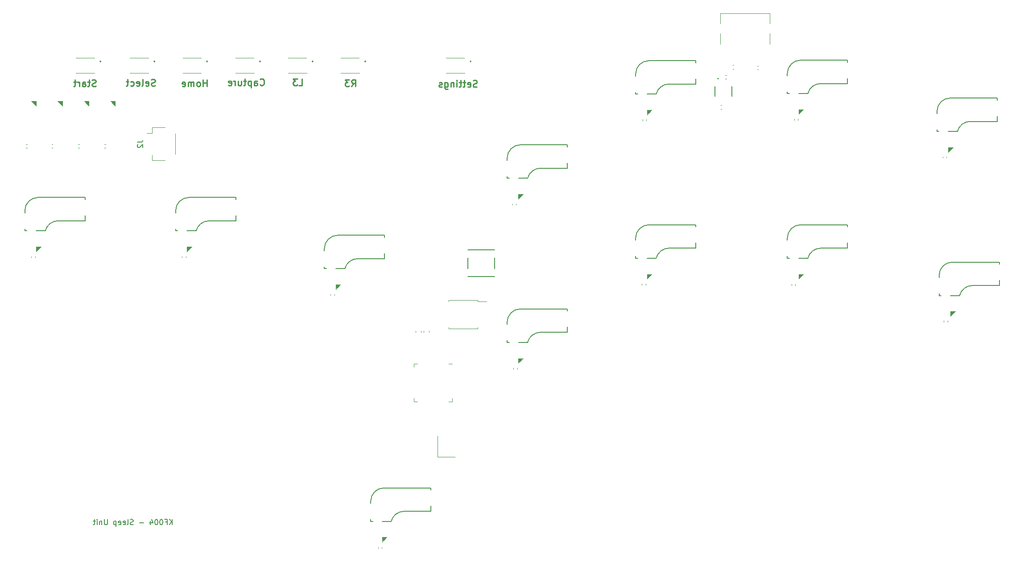
<source format=gbo>
G04 #@! TF.GenerationSoftware,KiCad,Pcbnew,(6.0.0)*
G04 #@! TF.CreationDate,2022-01-08T23:18:35-06:00*
G04 #@! TF.ProjectId,2.0,322e302e-6b69-4636-9164-5f7063625858,2.0*
G04 #@! TF.SameCoordinates,Original*
G04 #@! TF.FileFunction,Legend,Bot*
G04 #@! TF.FilePolarity,Positive*
%FSLAX46Y46*%
G04 Gerber Fmt 4.6, Leading zero omitted, Abs format (unit mm)*
G04 Created by KiCad (PCBNEW (6.0.0)) date 2022-01-08 23:18:35*
%MOMM*%
%LPD*%
G01*
G04 APERTURE LIST*
%ADD10C,0.150000*%
%ADD11C,0.254000*%
%ADD12C,0.100000*%
%ADD13C,0.120000*%
%ADD14C,0.200000*%
%ADD15C,0.127000*%
G04 APERTURE END LIST*
D10*
X88378571Y-122402380D02*
X88378571Y-121402380D01*
X87807142Y-122402380D02*
X88235714Y-121830952D01*
X87807142Y-121402380D02*
X88378571Y-121973809D01*
X87045238Y-121878571D02*
X87378571Y-121878571D01*
X87378571Y-122402380D02*
X87378571Y-121402380D01*
X86902380Y-121402380D01*
X86330952Y-121402380D02*
X86235714Y-121402380D01*
X86140476Y-121450000D01*
X86092857Y-121497619D01*
X86045238Y-121592857D01*
X85997619Y-121783333D01*
X85997619Y-122021428D01*
X86045238Y-122211904D01*
X86092857Y-122307142D01*
X86140476Y-122354761D01*
X86235714Y-122402380D01*
X86330952Y-122402380D01*
X86426190Y-122354761D01*
X86473809Y-122307142D01*
X86521428Y-122211904D01*
X86569047Y-122021428D01*
X86569047Y-121783333D01*
X86521428Y-121592857D01*
X86473809Y-121497619D01*
X86426190Y-121450000D01*
X86330952Y-121402380D01*
X85378571Y-121402380D02*
X85283333Y-121402380D01*
X85188095Y-121450000D01*
X85140476Y-121497619D01*
X85092857Y-121592857D01*
X85045238Y-121783333D01*
X85045238Y-122021428D01*
X85092857Y-122211904D01*
X85140476Y-122307142D01*
X85188095Y-122354761D01*
X85283333Y-122402380D01*
X85378571Y-122402380D01*
X85473809Y-122354761D01*
X85521428Y-122307142D01*
X85569047Y-122211904D01*
X85616666Y-122021428D01*
X85616666Y-121783333D01*
X85569047Y-121592857D01*
X85521428Y-121497619D01*
X85473809Y-121450000D01*
X85378571Y-121402380D01*
X84188095Y-121735714D02*
X84188095Y-122402380D01*
X84426190Y-121354761D02*
X84664285Y-122069047D01*
X84045238Y-122069047D01*
X82902380Y-122021428D02*
X82140476Y-122021428D01*
X80950000Y-122354761D02*
X80807142Y-122402380D01*
X80569047Y-122402380D01*
X80473809Y-122354761D01*
X80426190Y-122307142D01*
X80378571Y-122211904D01*
X80378571Y-122116666D01*
X80426190Y-122021428D01*
X80473809Y-121973809D01*
X80569047Y-121926190D01*
X80759523Y-121878571D01*
X80854761Y-121830952D01*
X80902380Y-121783333D01*
X80950000Y-121688095D01*
X80950000Y-121592857D01*
X80902380Y-121497619D01*
X80854761Y-121450000D01*
X80759523Y-121402380D01*
X80521428Y-121402380D01*
X80378571Y-121450000D01*
X79807142Y-122402380D02*
X79902380Y-122354761D01*
X79950000Y-122259523D01*
X79950000Y-121402380D01*
X79045238Y-122354761D02*
X79140476Y-122402380D01*
X79330952Y-122402380D01*
X79426190Y-122354761D01*
X79473809Y-122259523D01*
X79473809Y-121878571D01*
X79426190Y-121783333D01*
X79330952Y-121735714D01*
X79140476Y-121735714D01*
X79045238Y-121783333D01*
X78997619Y-121878571D01*
X78997619Y-121973809D01*
X79473809Y-122069047D01*
X78188095Y-122354761D02*
X78283333Y-122402380D01*
X78473809Y-122402380D01*
X78569047Y-122354761D01*
X78616666Y-122259523D01*
X78616666Y-121878571D01*
X78569047Y-121783333D01*
X78473809Y-121735714D01*
X78283333Y-121735714D01*
X78188095Y-121783333D01*
X78140476Y-121878571D01*
X78140476Y-121973809D01*
X78616666Y-122069047D01*
X77711904Y-121735714D02*
X77711904Y-122735714D01*
X77711904Y-121783333D02*
X77616666Y-121735714D01*
X77426190Y-121735714D01*
X77330952Y-121783333D01*
X77283333Y-121830952D01*
X77235714Y-121926190D01*
X77235714Y-122211904D01*
X77283333Y-122307142D01*
X77330952Y-122354761D01*
X77426190Y-122402380D01*
X77616666Y-122402380D01*
X77711904Y-122354761D01*
X76045238Y-121402380D02*
X76045238Y-122211904D01*
X75997619Y-122307142D01*
X75950000Y-122354761D01*
X75854761Y-122402380D01*
X75664285Y-122402380D01*
X75569047Y-122354761D01*
X75521428Y-122307142D01*
X75473809Y-122211904D01*
X75473809Y-121402380D01*
X74997619Y-121735714D02*
X74997619Y-122402380D01*
X74997619Y-121830952D02*
X74950000Y-121783333D01*
X74854761Y-121735714D01*
X74711904Y-121735714D01*
X74616666Y-121783333D01*
X74569047Y-121878571D01*
X74569047Y-122402380D01*
X74092857Y-122402380D02*
X74092857Y-121735714D01*
X74092857Y-121402380D02*
X74140476Y-121450000D01*
X74092857Y-121497619D01*
X74045238Y-121450000D01*
X74092857Y-121402380D01*
X74092857Y-121497619D01*
X73759523Y-121735714D02*
X73378571Y-121735714D01*
X73616666Y-121402380D02*
X73616666Y-122259523D01*
X73569047Y-122354761D01*
X73473809Y-122402380D01*
X73378571Y-122402380D01*
D11*
G04 #@! TO.C,SW15*
X94928333Y-39074523D02*
X94928333Y-37804523D01*
X94928333Y-38409285D02*
X94202619Y-38409285D01*
X94202619Y-39074523D02*
X94202619Y-37804523D01*
X93416428Y-39074523D02*
X93537380Y-39014047D01*
X93597857Y-38953571D01*
X93658333Y-38832619D01*
X93658333Y-38469761D01*
X93597857Y-38348809D01*
X93537380Y-38288333D01*
X93416428Y-38227857D01*
X93235000Y-38227857D01*
X93114047Y-38288333D01*
X93053571Y-38348809D01*
X92993095Y-38469761D01*
X92993095Y-38832619D01*
X93053571Y-38953571D01*
X93114047Y-39014047D01*
X93235000Y-39074523D01*
X93416428Y-39074523D01*
X92448809Y-39074523D02*
X92448809Y-38227857D01*
X92448809Y-38348809D02*
X92388333Y-38288333D01*
X92267380Y-38227857D01*
X92085952Y-38227857D01*
X91965000Y-38288333D01*
X91904523Y-38409285D01*
X91904523Y-39074523D01*
X91904523Y-38409285D02*
X91844047Y-38288333D01*
X91723095Y-38227857D01*
X91541666Y-38227857D01*
X91420714Y-38288333D01*
X91360238Y-38409285D01*
X91360238Y-39074523D01*
X90271666Y-39014047D02*
X90392619Y-39074523D01*
X90634523Y-39074523D01*
X90755476Y-39014047D01*
X90815952Y-38893095D01*
X90815952Y-38409285D01*
X90755476Y-38288333D01*
X90634523Y-38227857D01*
X90392619Y-38227857D01*
X90271666Y-38288333D01*
X90211190Y-38409285D01*
X90211190Y-38530238D01*
X90815952Y-38651190D01*
G04 #@! TO.C,SW6*
X112411666Y-38874523D02*
X113016428Y-38874523D01*
X113016428Y-37604523D01*
X112109285Y-37604523D02*
X111323095Y-37604523D01*
X111746428Y-38088333D01*
X111565000Y-38088333D01*
X111444047Y-38148809D01*
X111383571Y-38209285D01*
X111323095Y-38330238D01*
X111323095Y-38632619D01*
X111383571Y-38753571D01*
X111444047Y-38814047D01*
X111565000Y-38874523D01*
X111927857Y-38874523D01*
X112048809Y-38814047D01*
X112109285Y-38753571D01*
G04 #@! TO.C,SW16*
X146198333Y-39114047D02*
X146016904Y-39174523D01*
X145714523Y-39174523D01*
X145593571Y-39114047D01*
X145533095Y-39053571D01*
X145472619Y-38932619D01*
X145472619Y-38811666D01*
X145533095Y-38690714D01*
X145593571Y-38630238D01*
X145714523Y-38569761D01*
X145956428Y-38509285D01*
X146077380Y-38448809D01*
X146137857Y-38388333D01*
X146198333Y-38267380D01*
X146198333Y-38146428D01*
X146137857Y-38025476D01*
X146077380Y-37965000D01*
X145956428Y-37904523D01*
X145654047Y-37904523D01*
X145472619Y-37965000D01*
X144444523Y-39114047D02*
X144565476Y-39174523D01*
X144807380Y-39174523D01*
X144928333Y-39114047D01*
X144988809Y-38993095D01*
X144988809Y-38509285D01*
X144928333Y-38388333D01*
X144807380Y-38327857D01*
X144565476Y-38327857D01*
X144444523Y-38388333D01*
X144384047Y-38509285D01*
X144384047Y-38630238D01*
X144988809Y-38751190D01*
X144021190Y-38327857D02*
X143537380Y-38327857D01*
X143839761Y-37904523D02*
X143839761Y-38993095D01*
X143779285Y-39114047D01*
X143658333Y-39174523D01*
X143537380Y-39174523D01*
X143295476Y-38327857D02*
X142811666Y-38327857D01*
X143114047Y-37904523D02*
X143114047Y-38993095D01*
X143053571Y-39114047D01*
X142932619Y-39174523D01*
X142811666Y-39174523D01*
X142388333Y-39174523D02*
X142388333Y-38327857D01*
X142388333Y-37904523D02*
X142448809Y-37965000D01*
X142388333Y-38025476D01*
X142327857Y-37965000D01*
X142388333Y-37904523D01*
X142388333Y-38025476D01*
X141783571Y-38327857D02*
X141783571Y-39174523D01*
X141783571Y-38448809D02*
X141723095Y-38388333D01*
X141602142Y-38327857D01*
X141420714Y-38327857D01*
X141299761Y-38388333D01*
X141239285Y-38509285D01*
X141239285Y-39174523D01*
X140090238Y-38327857D02*
X140090238Y-39355952D01*
X140150714Y-39476904D01*
X140211190Y-39537380D01*
X140332142Y-39597857D01*
X140513571Y-39597857D01*
X140634523Y-39537380D01*
X140090238Y-39114047D02*
X140211190Y-39174523D01*
X140453095Y-39174523D01*
X140574047Y-39114047D01*
X140634523Y-39053571D01*
X140695000Y-38932619D01*
X140695000Y-38569761D01*
X140634523Y-38448809D01*
X140574047Y-38388333D01*
X140453095Y-38327857D01*
X140211190Y-38327857D01*
X140090238Y-38388333D01*
X139545952Y-39114047D02*
X139425000Y-39174523D01*
X139183095Y-39174523D01*
X139062142Y-39114047D01*
X139001666Y-38993095D01*
X139001666Y-38932619D01*
X139062142Y-38811666D01*
X139183095Y-38751190D01*
X139364523Y-38751190D01*
X139485476Y-38690714D01*
X139545952Y-38569761D01*
X139545952Y-38509285D01*
X139485476Y-38388333D01*
X139364523Y-38327857D01*
X139183095Y-38327857D01*
X139062142Y-38388333D01*
D10*
G04 #@! TO.C,J2*
X81752380Y-49676666D02*
X82466666Y-49676666D01*
X82609523Y-49629047D01*
X82704761Y-49533809D01*
X82752380Y-49390952D01*
X82752380Y-49295714D01*
X81847619Y-50105238D02*
X81800000Y-50152857D01*
X81752380Y-50248095D01*
X81752380Y-50486190D01*
X81800000Y-50581428D01*
X81847619Y-50629047D01*
X81942857Y-50676666D01*
X82038095Y-50676666D01*
X82180952Y-50629047D01*
X82752380Y-50057619D01*
X82752380Y-50676666D01*
D11*
G04 #@! TO.C,SW11*
X122411666Y-39074523D02*
X122835000Y-38469761D01*
X123137380Y-39074523D02*
X123137380Y-37804523D01*
X122653571Y-37804523D01*
X122532619Y-37865000D01*
X122472142Y-37925476D01*
X122411666Y-38046428D01*
X122411666Y-38227857D01*
X122472142Y-38348809D01*
X122532619Y-38409285D01*
X122653571Y-38469761D01*
X123137380Y-38469761D01*
X121988333Y-37804523D02*
X121202142Y-37804523D01*
X121625476Y-38288333D01*
X121444047Y-38288333D01*
X121323095Y-38348809D01*
X121262619Y-38409285D01*
X121202142Y-38530238D01*
X121202142Y-38832619D01*
X121262619Y-38953571D01*
X121323095Y-39014047D01*
X121444047Y-39074523D01*
X121806904Y-39074523D01*
X121927857Y-39014047D01*
X121988333Y-38953571D01*
G04 #@! TO.C,SW5*
X73856190Y-39014047D02*
X73674761Y-39074523D01*
X73372380Y-39074523D01*
X73251428Y-39014047D01*
X73190952Y-38953571D01*
X73130476Y-38832619D01*
X73130476Y-38711666D01*
X73190952Y-38590714D01*
X73251428Y-38530238D01*
X73372380Y-38469761D01*
X73614285Y-38409285D01*
X73735238Y-38348809D01*
X73795714Y-38288333D01*
X73856190Y-38167380D01*
X73856190Y-38046428D01*
X73795714Y-37925476D01*
X73735238Y-37865000D01*
X73614285Y-37804523D01*
X73311904Y-37804523D01*
X73130476Y-37865000D01*
X72767619Y-38227857D02*
X72283809Y-38227857D01*
X72586190Y-37804523D02*
X72586190Y-38893095D01*
X72525714Y-39014047D01*
X72404761Y-39074523D01*
X72283809Y-39074523D01*
X71316190Y-39074523D02*
X71316190Y-38409285D01*
X71376666Y-38288333D01*
X71497619Y-38227857D01*
X71739523Y-38227857D01*
X71860476Y-38288333D01*
X71316190Y-39014047D02*
X71437142Y-39074523D01*
X71739523Y-39074523D01*
X71860476Y-39014047D01*
X71920952Y-38893095D01*
X71920952Y-38772142D01*
X71860476Y-38651190D01*
X71739523Y-38590714D01*
X71437142Y-38590714D01*
X71316190Y-38530238D01*
X70711428Y-39074523D02*
X70711428Y-38227857D01*
X70711428Y-38469761D02*
X70650952Y-38348809D01*
X70590476Y-38288333D01*
X70469523Y-38227857D01*
X70348571Y-38227857D01*
X70106666Y-38227857D02*
X69622857Y-38227857D01*
X69925238Y-37804523D02*
X69925238Y-38893095D01*
X69864761Y-39014047D01*
X69743809Y-39074523D01*
X69622857Y-39074523D01*
G04 #@! TO.C,SW10*
X85091190Y-38914047D02*
X84909761Y-38974523D01*
X84607380Y-38974523D01*
X84486428Y-38914047D01*
X84425952Y-38853571D01*
X84365476Y-38732619D01*
X84365476Y-38611666D01*
X84425952Y-38490714D01*
X84486428Y-38430238D01*
X84607380Y-38369761D01*
X84849285Y-38309285D01*
X84970238Y-38248809D01*
X85030714Y-38188333D01*
X85091190Y-38067380D01*
X85091190Y-37946428D01*
X85030714Y-37825476D01*
X84970238Y-37765000D01*
X84849285Y-37704523D01*
X84546904Y-37704523D01*
X84365476Y-37765000D01*
X83337380Y-38914047D02*
X83458333Y-38974523D01*
X83700238Y-38974523D01*
X83821190Y-38914047D01*
X83881666Y-38793095D01*
X83881666Y-38309285D01*
X83821190Y-38188333D01*
X83700238Y-38127857D01*
X83458333Y-38127857D01*
X83337380Y-38188333D01*
X83276904Y-38309285D01*
X83276904Y-38430238D01*
X83881666Y-38551190D01*
X82551190Y-38974523D02*
X82672142Y-38914047D01*
X82732619Y-38793095D01*
X82732619Y-37704523D01*
X81583571Y-38914047D02*
X81704523Y-38974523D01*
X81946428Y-38974523D01*
X82067380Y-38914047D01*
X82127857Y-38793095D01*
X82127857Y-38309285D01*
X82067380Y-38188333D01*
X81946428Y-38127857D01*
X81704523Y-38127857D01*
X81583571Y-38188333D01*
X81523095Y-38309285D01*
X81523095Y-38430238D01*
X82127857Y-38551190D01*
X80434523Y-38914047D02*
X80555476Y-38974523D01*
X80797380Y-38974523D01*
X80918333Y-38914047D01*
X80978809Y-38853571D01*
X81039285Y-38732619D01*
X81039285Y-38369761D01*
X80978809Y-38248809D01*
X80918333Y-38188333D01*
X80797380Y-38127857D01*
X80555476Y-38127857D01*
X80434523Y-38188333D01*
X80071666Y-38127857D02*
X79587857Y-38127857D01*
X79890238Y-37704523D02*
X79890238Y-38793095D01*
X79829761Y-38914047D01*
X79708809Y-38974523D01*
X79587857Y-38974523D01*
G04 #@! TO.C,SW19*
X105030714Y-38753571D02*
X105091190Y-38814047D01*
X105272619Y-38874523D01*
X105393571Y-38874523D01*
X105575000Y-38814047D01*
X105695952Y-38693095D01*
X105756428Y-38572142D01*
X105816904Y-38330238D01*
X105816904Y-38148809D01*
X105756428Y-37906904D01*
X105695952Y-37785952D01*
X105575000Y-37665000D01*
X105393571Y-37604523D01*
X105272619Y-37604523D01*
X105091190Y-37665000D01*
X105030714Y-37725476D01*
X103942142Y-38874523D02*
X103942142Y-38209285D01*
X104002619Y-38088333D01*
X104123571Y-38027857D01*
X104365476Y-38027857D01*
X104486428Y-38088333D01*
X103942142Y-38814047D02*
X104063095Y-38874523D01*
X104365476Y-38874523D01*
X104486428Y-38814047D01*
X104546904Y-38693095D01*
X104546904Y-38572142D01*
X104486428Y-38451190D01*
X104365476Y-38390714D01*
X104063095Y-38390714D01*
X103942142Y-38330238D01*
X103337380Y-38027857D02*
X103337380Y-39297857D01*
X103337380Y-38088333D02*
X103216428Y-38027857D01*
X102974523Y-38027857D01*
X102853571Y-38088333D01*
X102793095Y-38148809D01*
X102732619Y-38269761D01*
X102732619Y-38632619D01*
X102793095Y-38753571D01*
X102853571Y-38814047D01*
X102974523Y-38874523D01*
X103216428Y-38874523D01*
X103337380Y-38814047D01*
X102369761Y-38027857D02*
X101885952Y-38027857D01*
X102188333Y-37604523D02*
X102188333Y-38693095D01*
X102127857Y-38814047D01*
X102006904Y-38874523D01*
X101885952Y-38874523D01*
X100918333Y-38027857D02*
X100918333Y-38874523D01*
X101462619Y-38027857D02*
X101462619Y-38693095D01*
X101402142Y-38814047D01*
X101281190Y-38874523D01*
X101099761Y-38874523D01*
X100978809Y-38814047D01*
X100918333Y-38753571D01*
X100313571Y-38874523D02*
X100313571Y-38027857D01*
X100313571Y-38269761D02*
X100253095Y-38148809D01*
X100192619Y-38088333D01*
X100071666Y-38027857D01*
X99950714Y-38027857D01*
X99043571Y-38814047D02*
X99164523Y-38874523D01*
X99406428Y-38874523D01*
X99527380Y-38814047D01*
X99587857Y-38693095D01*
X99587857Y-38209285D01*
X99527380Y-38088333D01*
X99406428Y-38027857D01*
X99164523Y-38027857D01*
X99043571Y-38088333D01*
X98983095Y-38209285D01*
X98983095Y-38330238D01*
X99587857Y-38451190D01*
D12*
G04 #@! TO.C,D7*
X236085000Y-82760001D02*
X236985000Y-81860001D01*
X236985000Y-81860001D02*
X236085000Y-81860001D01*
X236085000Y-81860001D02*
X236085000Y-82760001D01*
G36*
X236085000Y-82760001D02*
G01*
X236085000Y-81860001D01*
X236985000Y-81860001D01*
X236085000Y-82760001D01*
G37*
X236085000Y-82760001D02*
X236085000Y-81860001D01*
X236985000Y-81860001D01*
X236085000Y-82760001D01*
G04 #@! TO.C,D4*
X91155000Y-70460001D02*
X92055000Y-69560001D01*
X92055000Y-69560001D02*
X91155000Y-69560001D01*
X91155000Y-69560001D02*
X91155000Y-70460001D01*
G36*
X91155000Y-70460001D02*
G01*
X91155000Y-69560001D01*
X92055000Y-69560001D01*
X91155000Y-70460001D01*
G37*
X91155000Y-70460001D02*
X91155000Y-69560001D01*
X92055000Y-69560001D01*
X91155000Y-70460001D01*
G04 #@! TO.C,D1*
X154085000Y-91660001D02*
X154985000Y-90760001D01*
X154985000Y-90760001D02*
X154085000Y-90760001D01*
X154085000Y-90760001D02*
X154085000Y-91660001D01*
G36*
X154085000Y-91660001D02*
G01*
X154085000Y-90760001D01*
X154985000Y-90760001D01*
X154085000Y-91660001D01*
G37*
X154085000Y-91660001D02*
X154085000Y-90760001D01*
X154985000Y-90760001D01*
X154085000Y-91660001D01*
D10*
G04 #@! TO.C,SW14*
X209020838Y-71725000D02*
X207294000Y-71725000D01*
X216565000Y-69820000D02*
X211485000Y-69820000D01*
X207675000Y-65375000D02*
X216565000Y-65375000D01*
X205516000Y-71725000D02*
X205135000Y-71725000D01*
X216565000Y-65375000D02*
X216565000Y-65756000D01*
X205135000Y-67915000D02*
X205135000Y-68296000D01*
X205135000Y-71344000D02*
X205135000Y-71725000D01*
X216565000Y-68804000D02*
X216565000Y-69820000D01*
X207675000Y-65375000D02*
G75*
G03*
X205135000Y-67915000I1J-2540001D01*
G01*
X211485000Y-69819999D02*
G75*
G03*
X209020838Y-71743960I0J-2540000D01*
G01*
D12*
G04 #@! TO.C,D2*
X62520000Y-70460001D02*
X63420000Y-69560001D01*
X63420000Y-69560001D02*
X62520000Y-69560001D01*
X62520000Y-69560001D02*
X62520000Y-70460001D01*
G36*
X62520000Y-70460001D02*
G01*
X62520000Y-69560001D01*
X63420000Y-69560001D01*
X62520000Y-70460001D01*
G37*
X62520000Y-70460001D02*
X62520000Y-69560001D01*
X63420000Y-69560001D01*
X62520000Y-70460001D01*
D10*
G04 #@! TO.C,SW20*
X128580000Y-115405000D02*
X137470000Y-115405000D01*
X126040000Y-121374000D02*
X126040000Y-121755000D01*
X126421000Y-121755000D02*
X126040000Y-121755000D01*
X137470000Y-118834000D02*
X137470000Y-119850000D01*
X129925838Y-121755000D02*
X128199000Y-121755000D01*
X137470000Y-115405000D02*
X137470000Y-115786000D01*
X137470000Y-119850000D02*
X132390000Y-119850000D01*
X126040000Y-117945000D02*
X126040000Y-118326000D01*
X132390000Y-119849999D02*
G75*
G03*
X129925838Y-121773960I0J-2540000D01*
G01*
X128580000Y-115405000D02*
G75*
G03*
X126040000Y-117945000I1J-2540001D01*
G01*
D12*
G04 #@! TO.C,D12*
X178485000Y-44460001D02*
X179385000Y-43560001D01*
X179385000Y-43560001D02*
X178485000Y-43560001D01*
X178485000Y-43560001D02*
X178485000Y-44460001D01*
G36*
X178485000Y-44460001D02*
G01*
X178485000Y-43560001D01*
X179385000Y-43560001D01*
X178485000Y-44460001D01*
G37*
X178485000Y-44460001D02*
X178485000Y-43560001D01*
X179385000Y-43560001D01*
X178485000Y-44460001D01*
G04 #@! TO.C,D15*
X76629999Y-41860000D02*
X77529999Y-42760000D01*
X77529999Y-42760000D02*
X77529999Y-41860000D01*
X77529999Y-41860000D02*
X76629999Y-41860000D01*
G36*
X77529999Y-42760000D02*
G01*
X76629999Y-41860000D01*
X77529999Y-41860000D01*
X77529999Y-42760000D01*
G37*
X77529999Y-42760000D02*
X76629999Y-41860000D01*
X77529999Y-41860000D01*
X77529999Y-42760000D01*
G04 #@! TO.C,D14*
X207285000Y-44360001D02*
X208185000Y-43460001D01*
X208185000Y-43460001D02*
X207285000Y-43460001D01*
X207285000Y-43460001D02*
X207285000Y-44360001D01*
G36*
X207285000Y-44360001D02*
G01*
X207285000Y-43460001D01*
X208185000Y-43460001D01*
X207285000Y-44360001D01*
G37*
X207285000Y-44360001D02*
X207285000Y-43460001D01*
X208185000Y-43460001D01*
X207285000Y-44360001D01*
D10*
G04 #@! TO.C,SW2*
X163365000Y-50175000D02*
X163365000Y-50556000D01*
X163365000Y-54620000D02*
X158285000Y-54620000D01*
X151935000Y-52715000D02*
X151935000Y-53096000D01*
X152316000Y-56525000D02*
X151935000Y-56525000D01*
X163365000Y-53604000D02*
X163365000Y-54620000D01*
X154475000Y-50175000D02*
X163365000Y-50175000D01*
X155820838Y-56525000D02*
X154094000Y-56525000D01*
X151935000Y-56144000D02*
X151935000Y-56525000D01*
X154475000Y-50175000D02*
G75*
G03*
X151935000Y-52715000I1J-2540001D01*
G01*
X158285000Y-54619999D02*
G75*
G03*
X155820838Y-56543960I0J-2540000D01*
G01*
G04 #@! TO.C,SW18*
X245365000Y-72475000D02*
X245365000Y-72856000D01*
X234316000Y-78825000D02*
X233935000Y-78825000D01*
X233935000Y-75015000D02*
X233935000Y-75396000D01*
X245365000Y-75904000D02*
X245365000Y-76920000D01*
X233935000Y-78444000D02*
X233935000Y-78825000D01*
X236475000Y-72475000D02*
X245365000Y-72475000D01*
X245365000Y-76920000D02*
X240285000Y-76920000D01*
X237820838Y-78825000D02*
X236094000Y-78825000D01*
X236475000Y-72475000D02*
G75*
G03*
X233935000Y-75015000I1J-2540001D01*
G01*
X240285000Y-76919999D02*
G75*
G03*
X237820838Y-78843960I0J-2540000D01*
G01*
G04 #@! TO.C,SW4*
X151935000Y-83915000D02*
X151935000Y-84296000D01*
X163365000Y-85820000D02*
X158285000Y-85820000D01*
X152316000Y-87725000D02*
X151935000Y-87725000D01*
X154475000Y-81375000D02*
X163365000Y-81375000D01*
X163365000Y-81375000D02*
X163365000Y-81756000D01*
X163365000Y-84804000D02*
X163365000Y-85820000D01*
X155820838Y-87725000D02*
X154094000Y-87725000D01*
X151935000Y-87344000D02*
X151935000Y-87725000D01*
X154475000Y-81375000D02*
G75*
G03*
X151935000Y-83915000I1J-2540001D01*
G01*
X158285000Y-85819999D02*
G75*
G03*
X155820838Y-87743960I0J-2540000D01*
G01*
G04 #@! TO.C,SW12*
X121125838Y-73725000D02*
X119399000Y-73725000D01*
X128670000Y-71820000D02*
X123590000Y-71820000D01*
X128670000Y-67375000D02*
X128670000Y-67756000D01*
X117240000Y-73344000D02*
X117240000Y-73725000D01*
X128670000Y-70804000D02*
X128670000Y-71820000D01*
X117240000Y-69915000D02*
X117240000Y-70296000D01*
X119780000Y-67375000D02*
X128670000Y-67375000D01*
X117621000Y-73725000D02*
X117240000Y-73725000D01*
X119780000Y-67375000D02*
G75*
G03*
X117240000Y-69915000I1J-2540001D01*
G01*
X123590000Y-71819999D02*
G75*
G03*
X121125838Y-73743960I0J-2540000D01*
G01*
G04 #@! TO.C,SW7*
X100435000Y-64620000D02*
X95355000Y-64620000D01*
X100435000Y-60175000D02*
X100435000Y-60556000D01*
X100435000Y-63604000D02*
X100435000Y-64620000D01*
X89005000Y-66144000D02*
X89005000Y-66525000D01*
X92890838Y-66525000D02*
X91164000Y-66525000D01*
X91545000Y-60175000D02*
X100435000Y-60175000D01*
X89386000Y-66525000D02*
X89005000Y-66525000D01*
X89005000Y-62715000D02*
X89005000Y-63096000D01*
X91545000Y-60175000D02*
G75*
G03*
X89005000Y-62715000I1J-2540001D01*
G01*
X95355000Y-64619999D02*
G75*
G03*
X92890838Y-66543960I0J-2540000D01*
G01*
D12*
G04 #@! TO.C,D8*
X128190000Y-125690001D02*
X129090000Y-124790001D01*
X129090000Y-124790001D02*
X128190000Y-124790001D01*
X128190000Y-124790001D02*
X128190000Y-125690001D01*
G36*
X128190000Y-125690001D02*
G01*
X128190000Y-124790001D01*
X129090000Y-124790001D01*
X128190000Y-125690001D01*
G37*
X128190000Y-125690001D02*
X128190000Y-124790001D01*
X129090000Y-124790001D01*
X128190000Y-125690001D01*
G04 #@! TO.C,D5*
X207285000Y-75660001D02*
X208185000Y-74760001D01*
X208185000Y-74760001D02*
X207285000Y-74760001D01*
X207285000Y-74760001D02*
X207285000Y-75660001D01*
G36*
X207285000Y-75660001D02*
G01*
X207285000Y-74760001D01*
X208185000Y-74760001D01*
X207285000Y-75660001D01*
G37*
X207285000Y-75660001D02*
X207285000Y-74760001D01*
X208185000Y-74760001D01*
X207285000Y-75660001D01*
G04 #@! TO.C,D3*
X178485000Y-75660001D02*
X179385000Y-74760001D01*
X179385000Y-74760001D02*
X178485000Y-74760001D01*
X178485000Y-74760001D02*
X178485000Y-75660001D01*
G36*
X178485000Y-75660001D02*
G01*
X178485000Y-74760001D01*
X179385000Y-74760001D01*
X178485000Y-75660001D01*
G37*
X178485000Y-75660001D02*
X178485000Y-74760001D01*
X179385000Y-74760001D01*
X178485000Y-75660001D01*
D10*
G04 #@! TO.C,SW3*
X71800000Y-60175000D02*
X71800000Y-60556000D01*
X60370000Y-66144000D02*
X60370000Y-66525000D01*
X62910000Y-60175000D02*
X71800000Y-60175000D01*
X64255838Y-66525000D02*
X62529000Y-66525000D01*
X60751000Y-66525000D02*
X60370000Y-66525000D01*
X71800000Y-64620000D02*
X66720000Y-64620000D01*
X71800000Y-63604000D02*
X71800000Y-64620000D01*
X60370000Y-62715000D02*
X60370000Y-63096000D01*
X66720000Y-64619999D02*
G75*
G03*
X64255838Y-66543960I0J-2540000D01*
G01*
X62910000Y-60175000D02*
G75*
G03*
X60370000Y-62715000I1J-2540001D01*
G01*
D12*
G04 #@! TO.C,D6*
X119390000Y-77660001D02*
X120290000Y-76760001D01*
X120290000Y-76760001D02*
X119390000Y-76760001D01*
X119390000Y-76760001D02*
X119390000Y-77660001D01*
G36*
X119390000Y-77660001D02*
G01*
X119390000Y-76760001D01*
X120290000Y-76760001D01*
X119390000Y-77660001D01*
G37*
X119390000Y-77660001D02*
X119390000Y-76760001D01*
X120290000Y-76760001D01*
X119390000Y-77660001D01*
D10*
G04 #@! TO.C,SW8*
X187765000Y-34175000D02*
X187765000Y-34556000D01*
X178875000Y-34175000D02*
X187765000Y-34175000D01*
X187765000Y-37604000D02*
X187765000Y-38620000D01*
X180220838Y-40525000D02*
X178494000Y-40525000D01*
X176335000Y-36715000D02*
X176335000Y-37096000D01*
X176716000Y-40525000D02*
X176335000Y-40525000D01*
X187765000Y-38620000D02*
X182685000Y-38620000D01*
X176335000Y-40144000D02*
X176335000Y-40525000D01*
X178875000Y-34175000D02*
G75*
G03*
X176335000Y-36715000I1J-2540001D01*
G01*
X182685000Y-38619999D02*
G75*
G03*
X180220838Y-40543960I0J-2540000D01*
G01*
D12*
G04 #@! TO.C,D10*
X154085000Y-60460001D02*
X154985000Y-59560001D01*
X154985000Y-59560001D02*
X154085000Y-59560001D01*
X154085000Y-59560001D02*
X154085000Y-60460001D01*
G36*
X154085000Y-60460001D02*
G01*
X154085000Y-59560001D01*
X154985000Y-59560001D01*
X154085000Y-60460001D01*
G37*
X154085000Y-60460001D02*
X154085000Y-59560001D01*
X154985000Y-59560001D01*
X154085000Y-60460001D01*
G04 #@! TO.C,D16*
X235685000Y-51560001D02*
X236585000Y-50660001D01*
X236585000Y-50660001D02*
X235685000Y-50660001D01*
X235685000Y-50660001D02*
X235685000Y-51560001D01*
G36*
X235685000Y-51560001D02*
G01*
X235685000Y-50660001D01*
X236585000Y-50660001D01*
X235685000Y-51560001D01*
G37*
X235685000Y-51560001D02*
X235685000Y-50660001D01*
X236585000Y-50660001D01*
X235685000Y-51560001D01*
G04 #@! TO.C,D11*
X66629999Y-41860000D02*
X67529999Y-42760000D01*
X67529999Y-42760000D02*
X67529999Y-41860000D01*
X67529999Y-41860000D02*
X66629999Y-41860000D01*
G36*
X67529999Y-42760000D02*
G01*
X66629999Y-41860000D01*
X67529999Y-41860000D01*
X67529999Y-42760000D01*
G37*
X67529999Y-42760000D02*
X66629999Y-41860000D01*
X67529999Y-41860000D01*
X67529999Y-42760000D01*
D10*
G04 #@! TO.C,SW17*
X244965000Y-45720000D02*
X239885000Y-45720000D01*
X236075000Y-41275000D02*
X244965000Y-41275000D01*
X233535000Y-43815000D02*
X233535000Y-44196000D01*
X233916000Y-47625000D02*
X233535000Y-47625000D01*
X233535000Y-47244000D02*
X233535000Y-47625000D01*
X244965000Y-44704000D02*
X244965000Y-45720000D01*
X237420838Y-47625000D02*
X235694000Y-47625000D01*
X244965000Y-41275000D02*
X244965000Y-41656000D01*
X239885000Y-45719999D02*
G75*
G03*
X237420838Y-47643960I0J-2540000D01*
G01*
X236075000Y-41275000D02*
G75*
G03*
X233535000Y-43815000I1J-2540001D01*
G01*
D12*
G04 #@! TO.C,D13*
X71629999Y-41860000D02*
X72529999Y-42760000D01*
X72529999Y-42760000D02*
X72529999Y-41860000D01*
X72529999Y-41860000D02*
X71629999Y-41860000D01*
G36*
X72529999Y-42760000D02*
G01*
X71629999Y-41860000D01*
X72529999Y-41860000D01*
X72529999Y-42760000D01*
G37*
X72529999Y-42760000D02*
X71629999Y-41860000D01*
X72529999Y-41860000D01*
X72529999Y-42760000D01*
G04 #@! TO.C,D9*
X61629999Y-41860000D02*
X62529999Y-42760000D01*
X62529999Y-42760000D02*
X62529999Y-41860000D01*
X62529999Y-41860000D02*
X61629999Y-41860000D01*
G36*
X62529999Y-42760000D02*
G01*
X61629999Y-41860000D01*
X62529999Y-41860000D01*
X62529999Y-42760000D01*
G37*
X62529999Y-42760000D02*
X61629999Y-41860000D01*
X62529999Y-41860000D01*
X62529999Y-42760000D01*
D10*
G04 #@! TO.C,SW13*
X209020838Y-40425000D02*
X207294000Y-40425000D01*
X205135000Y-36615000D02*
X205135000Y-36996000D01*
X216565000Y-38520000D02*
X211485000Y-38520000D01*
X207675000Y-34075000D02*
X216565000Y-34075000D01*
X205516000Y-40425000D02*
X205135000Y-40425000D01*
X205135000Y-40044000D02*
X205135000Y-40425000D01*
X216565000Y-34075000D02*
X216565000Y-34456000D01*
X216565000Y-37504000D02*
X216565000Y-38520000D01*
X211485000Y-38519999D02*
G75*
G03*
X209020838Y-40443960I0J-2540000D01*
G01*
X207675000Y-34075000D02*
G75*
G03*
X205135000Y-36615000I1J-2540001D01*
G01*
G04 #@! TO.C,SW9*
X187765000Y-68804000D02*
X187765000Y-69820000D01*
X176335000Y-67915000D02*
X176335000Y-68296000D01*
X176716000Y-71725000D02*
X176335000Y-71725000D01*
X187765000Y-69820000D02*
X182685000Y-69820000D01*
X187765000Y-65375000D02*
X187765000Y-65756000D01*
X180220838Y-71725000D02*
X178494000Y-71725000D01*
X178875000Y-65375000D02*
X187765000Y-65375000D01*
X176335000Y-71344000D02*
X176335000Y-71725000D01*
X178875000Y-65375000D02*
G75*
G03*
X176335000Y-67915000I1J-2540001D01*
G01*
X182685000Y-69819999D02*
G75*
G03*
X180220838Y-71743960I0J-2540000D01*
G01*
D13*
G04 #@! TO.C,C4*
X192462164Y-42640000D02*
X192677836Y-42640000D01*
X192462164Y-43360000D02*
X192677836Y-43360000D01*
G04 #@! TO.C,U2*
X140875000Y-85125000D02*
X140875000Y-84865000D01*
X143600000Y-79675000D02*
X140875000Y-79675000D01*
X146325000Y-85125000D02*
X146325000Y-84865000D01*
X140875000Y-79675000D02*
X140875000Y-79935000D01*
X143600000Y-85125000D02*
X140875000Y-85125000D01*
X143600000Y-79675000D02*
X146325000Y-79675000D01*
X143600000Y-85125000D02*
X146325000Y-85125000D01*
X146325000Y-79935000D02*
X148000000Y-79935000D01*
X146325000Y-79675000D02*
X146325000Y-79935000D01*
G04 #@! TO.C,R3*
X137100000Y-85559420D02*
X137100000Y-85840580D01*
X136080000Y-85559420D02*
X136080000Y-85840580D01*
G04 #@! TO.C,C1*
X193577836Y-37660000D02*
X193362164Y-37660000D01*
X193577836Y-36940000D02*
X193362164Y-36940000D01*
G04 #@! TO.C,U3*
X134270000Y-91790000D02*
X134270000Y-92440000D01*
X141490000Y-99010000D02*
X141490000Y-98360000D01*
X134270000Y-99010000D02*
X134270000Y-98360000D01*
X134920000Y-99010000D02*
X134270000Y-99010000D01*
X134920000Y-91790000D02*
X134270000Y-91790000D01*
X140840000Y-99010000D02*
X141490000Y-99010000D01*
X140840000Y-91790000D02*
X141490000Y-91790000D01*
G04 #@! TO.C,R4*
X134580000Y-85559420D02*
X134580000Y-85840580D01*
X135600000Y-85559420D02*
X135600000Y-85840580D01*
G04 #@! TO.C,C19*
X90230000Y-71587836D02*
X90230000Y-71372164D01*
X90950000Y-71587836D02*
X90950000Y-71372164D01*
G04 #@! TO.C,C21*
X60582164Y-50040000D02*
X60797836Y-50040000D01*
X60582164Y-50760000D02*
X60797836Y-50760000D01*
G04 #@! TO.C,C23*
X70482164Y-50760000D02*
X70697836Y-50760000D01*
X70482164Y-50040000D02*
X70697836Y-50040000D01*
D12*
G04 #@! TO.C,SW15*
X93890000Y-36550000D02*
X90340000Y-36550000D01*
D14*
X94990000Y-34200000D02*
X94990000Y-34200000D01*
D12*
X93840000Y-33650000D02*
X90340000Y-33650000D01*
D14*
X94990000Y-34400000D02*
X94990000Y-34400000D01*
X94990000Y-34400000D02*
G75*
G03*
X94990000Y-34200000I0J100000D01*
G01*
X94990000Y-34200000D02*
G75*
G03*
X94990000Y-34400000I0J-100000D01*
G01*
D13*
G04 #@! TO.C,C20*
X178250000Y-76827836D02*
X178250000Y-76612164D01*
X177530000Y-76827836D02*
X177530000Y-76612164D01*
D14*
G04 #@! TO.C,SW1*
X149540000Y-75250000D02*
X144440000Y-75250000D01*
X149540000Y-70150000D02*
X144440000Y-70150000D01*
X149540000Y-71700000D02*
X149540000Y-73700000D01*
X144440000Y-71700000D02*
X144440000Y-73700000D01*
G04 #@! TO.C,SW6*
X114990000Y-34200000D02*
X114990000Y-34200000D01*
D12*
X113840000Y-33650000D02*
X110340000Y-33650000D01*
D14*
X114990000Y-34400000D02*
X114990000Y-34400000D01*
D12*
X113890000Y-36550000D02*
X110340000Y-36550000D01*
D14*
X114990000Y-34200000D02*
G75*
G03*
X114990000Y-34400000I0J-100000D01*
G01*
X114990000Y-34400000D02*
G75*
G03*
X114990000Y-34200000I0J100000D01*
G01*
D12*
G04 #@! TO.C,SW16*
X143890000Y-36550000D02*
X140340000Y-36550000D01*
D14*
X144990000Y-34400000D02*
X144990000Y-34400000D01*
D12*
X143840000Y-33650000D02*
X140340000Y-33650000D01*
D14*
X144990000Y-34200000D02*
X144990000Y-34200000D01*
X144990000Y-34200000D02*
G75*
G03*
X144990000Y-34400000I0J-100000D01*
G01*
X144990000Y-34400000D02*
G75*
G03*
X144990000Y-34200000I0J100000D01*
G01*
D15*
G04 #@! TO.C,U1*
X194569000Y-39100000D02*
X194569000Y-40900000D01*
X191411000Y-39100000D02*
X191411000Y-40900000D01*
D14*
X192090000Y-37600000D02*
G75*
G03*
X192090000Y-37600000I-100000J0D01*
G01*
D13*
G04 #@! TO.C,C27*
X62350000Y-71607836D02*
X62350000Y-71392164D01*
X61630000Y-71607836D02*
X61630000Y-71392164D01*
G04 #@! TO.C,C17*
X235550000Y-83827836D02*
X235550000Y-83612164D01*
X234830000Y-83827836D02*
X234830000Y-83612164D01*
G04 #@! TO.C,C29*
X205930000Y-76907836D02*
X205930000Y-76692164D01*
X206650000Y-76907836D02*
X206650000Y-76692164D01*
G04 #@! TO.C,C25*
X127430000Y-126887836D02*
X127430000Y-126672164D01*
X128150000Y-126887836D02*
X128150000Y-126672164D01*
G04 #@! TO.C,C18*
X75482164Y-50040000D02*
X75697836Y-50040000D01*
X75482164Y-50760000D02*
X75697836Y-50760000D01*
G04 #@! TO.C,C22*
X207150000Y-45507836D02*
X207150000Y-45292164D01*
X206430000Y-45507836D02*
X206430000Y-45292164D01*
G04 #@! TO.C,C32*
X234630000Y-52627836D02*
X234630000Y-52412164D01*
X235350000Y-52627836D02*
X235350000Y-52412164D01*
G04 #@! TO.C,C30*
X119150000Y-78807836D02*
X119150000Y-78592164D01*
X118430000Y-78807836D02*
X118430000Y-78592164D01*
G04 #@! TO.C,R7*
X194762164Y-35040000D02*
X194977836Y-35040000D01*
X194762164Y-35760000D02*
X194977836Y-35760000D01*
G04 #@! TO.C,C31*
X178350000Y-45587836D02*
X178350000Y-45372164D01*
X177630000Y-45587836D02*
X177630000Y-45372164D01*
G04 #@! TO.C,C28*
X153650000Y-61627836D02*
X153650000Y-61412164D01*
X152930000Y-61627836D02*
X152930000Y-61412164D01*
G04 #@! TO.C,J2*
X84495000Y-46900000D02*
X84495000Y-47950000D01*
X86995000Y-53120000D02*
X84495000Y-53120000D01*
X84495000Y-47950000D02*
X83505000Y-47950000D01*
X88965000Y-48070000D02*
X88965000Y-51950000D01*
X84495000Y-53120000D02*
X84495000Y-52070000D01*
X86995000Y-46900000D02*
X84495000Y-46900000D01*
G04 #@! TO.C,C24*
X65482164Y-50040000D02*
X65697836Y-50040000D01*
X65482164Y-50760000D02*
X65697836Y-50760000D01*
D12*
G04 #@! TO.C,SW11*
X123840000Y-33650000D02*
X120340000Y-33650000D01*
X123890000Y-36550000D02*
X120340000Y-36550000D01*
D14*
X124990000Y-34400000D02*
X124990000Y-34400000D01*
X124990000Y-34200000D02*
X124990000Y-34200000D01*
X124990000Y-34400000D02*
G75*
G03*
X124990000Y-34200000I0J100000D01*
G01*
X124990000Y-34200000D02*
G75*
G03*
X124990000Y-34400000I0J-100000D01*
G01*
G04 #@! TO.C,SW5*
X74740000Y-34400000D02*
X74740000Y-34400000D01*
D12*
X73640000Y-36550000D02*
X70090000Y-36550000D01*
X73590000Y-33650000D02*
X70090000Y-33650000D01*
D14*
X74740000Y-34200000D02*
X74740000Y-34200000D01*
X74740000Y-34400000D02*
G75*
G03*
X74740000Y-34200000I0J100000D01*
G01*
X74740000Y-34200000D02*
G75*
G03*
X74740000Y-34400000I0J-100000D01*
G01*
D13*
G04 #@! TO.C,J1*
X192390000Y-25200000D02*
X201790000Y-25200000D01*
X192390000Y-31000000D02*
X192390000Y-29000000D01*
X201790000Y-31000000D02*
X201790000Y-29000000D01*
X201790000Y-27100000D02*
X201790000Y-25200000D01*
X192390000Y-27100000D02*
X192390000Y-25200000D01*
G04 #@! TO.C,C26*
X153850000Y-92827836D02*
X153850000Y-92612164D01*
X153130000Y-92827836D02*
X153130000Y-92612164D01*
D12*
G04 #@! TO.C,SW10*
X83890000Y-36550000D02*
X80340000Y-36550000D01*
D14*
X84990000Y-34400000D02*
X84990000Y-34400000D01*
D12*
X83840000Y-33650000D02*
X80340000Y-33650000D01*
D14*
X84990000Y-34200000D02*
X84990000Y-34200000D01*
X84990000Y-34200000D02*
G75*
G03*
X84990000Y-34400000I0J-100000D01*
G01*
X84990000Y-34400000D02*
G75*
G03*
X84990000Y-34200000I0J100000D01*
G01*
D13*
G04 #@! TO.C,Y1*
X138745000Y-109500000D02*
X138745000Y-105500000D01*
X142045000Y-109500000D02*
X138745000Y-109500000D01*
G04 #@! TO.C,R6*
X199617836Y-35860000D02*
X199402164Y-35860000D01*
X199617836Y-35140000D02*
X199402164Y-35140000D01*
D12*
G04 #@! TO.C,SW19*
X103890000Y-36550000D02*
X100340000Y-36550000D01*
D14*
X104990000Y-34200000D02*
X104990000Y-34200000D01*
D12*
X103840000Y-33650000D02*
X100340000Y-33650000D01*
D14*
X104990000Y-34400000D02*
X104990000Y-34400000D01*
X104990000Y-34400000D02*
G75*
G03*
X104990000Y-34200000I0J100000D01*
G01*
X104990000Y-34200000D02*
G75*
G03*
X104990000Y-34400000I0J-100000D01*
G01*
G04 #@! TD*
M02*

</source>
